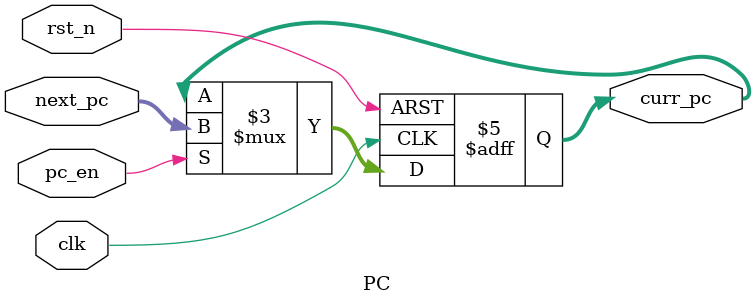
<source format=v>
module PC (
    input clk,                 // Tín hiệu đồng hồ
    input rst_n,               // Reset mức thấp
    input [31:0] next_pc,      // Giá trị PC tiếp theo
    input pc_en,               // Cho phép cập nhật PC
    output reg [31:0] curr_pc  // Giá trị PC hiện tại
);
    // Cập nhật PC tại cạnh lên đồng hồ hoặc khi reset
    always @(posedge clk or negedge rst_n) begin
        if (!rst_n)
            curr_pc <= 32'h00000000; // Đặt PC về 0
        else if (pc_en)
            curr_pc <= next_pc;      // Cập nhật PC
    end
endmodule

</source>
